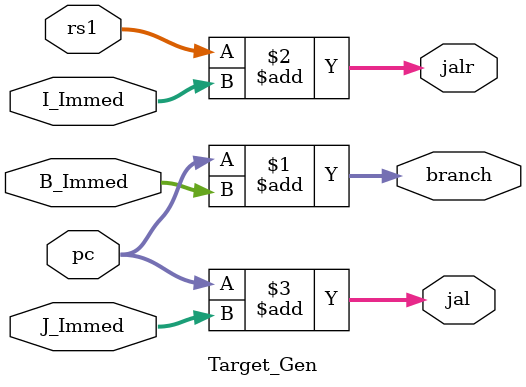
<source format=sv>
`timescale 1ns / 1ps


module Target_Gen(
    input [31:0] pc,
    input [31:0] J_Immed,
    input [31:0] B_Immed,
    input [31:0] I_Immed,
    input [31:0] rs1,
    output [31:0] jalr,
    output [31:0] branch,
    output [31:0] jal
    );
    
    assign branch = pc + B_Immed;
    assign jalr = rs1 + I_Immed;
    assign jal = pc + J_Immed;
    
endmodule

</source>
